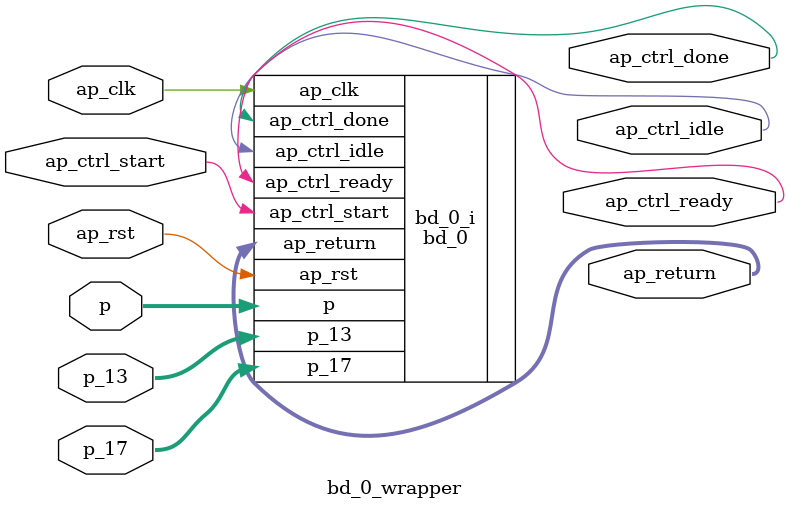
<source format=v>
`timescale 1 ps / 1 ps

module bd_0_wrapper
   (ap_clk,
    ap_ctrl_done,
    ap_ctrl_idle,
    ap_ctrl_ready,
    ap_ctrl_start,
    ap_return,
    ap_rst,
    p,
    p_13,
    p_17);
  input ap_clk;
  output ap_ctrl_done;
  output ap_ctrl_idle;
  output ap_ctrl_ready;
  input ap_ctrl_start;
  output [63:0]ap_return;
  input ap_rst;
  input [7:0]p;
  input [7:0]p_13;
  input [63:0]p_17;

  wire ap_clk;
  wire ap_ctrl_done;
  wire ap_ctrl_idle;
  wire ap_ctrl_ready;
  wire ap_ctrl_start;
  wire [63:0]ap_return;
  wire ap_rst;
  wire [7:0]p;
  wire [7:0]p_13;
  wire [63:0]p_17;

  bd_0 bd_0_i
       (.ap_clk(ap_clk),
        .ap_ctrl_done(ap_ctrl_done),
        .ap_ctrl_idle(ap_ctrl_idle),
        .ap_ctrl_ready(ap_ctrl_ready),
        .ap_ctrl_start(ap_ctrl_start),
        .ap_return(ap_return),
        .ap_rst(ap_rst),
        .p(p),
        .p_13(p_13),
        .p_17(p_17));
endmodule

</source>
